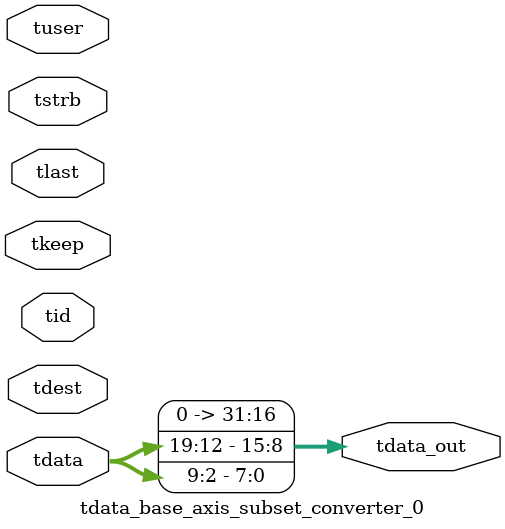
<source format=v>


`timescale 1ps/1ps

module tdata_base_axis_subset_converter_0 #
(
parameter C_S_AXIS_TDATA_WIDTH = 32,
parameter C_S_AXIS_TUSER_WIDTH = 0,
parameter C_S_AXIS_TID_WIDTH   = 0,
parameter C_S_AXIS_TDEST_WIDTH = 0,
parameter C_M_AXIS_TDATA_WIDTH = 32
)
(
input  [(C_S_AXIS_TDATA_WIDTH == 0 ? 1 : C_S_AXIS_TDATA_WIDTH)-1:0     ] tdata,
input  [(C_S_AXIS_TUSER_WIDTH == 0 ? 1 : C_S_AXIS_TUSER_WIDTH)-1:0     ] tuser,
input  [(C_S_AXIS_TID_WIDTH   == 0 ? 1 : C_S_AXIS_TID_WIDTH)-1:0       ] tid,
input  [(C_S_AXIS_TDEST_WIDTH == 0 ? 1 : C_S_AXIS_TDEST_WIDTH)-1:0     ] tdest,
input  [(C_S_AXIS_TDATA_WIDTH/8)-1:0 ] tkeep,
input  [(C_S_AXIS_TDATA_WIDTH/8)-1:0 ] tstrb,
input                                                                    tlast,
output [C_M_AXIS_TDATA_WIDTH-1:0] tdata_out
);

assign tdata_out = {tdata[19:12],tdata[9:2]};

endmodule


</source>
